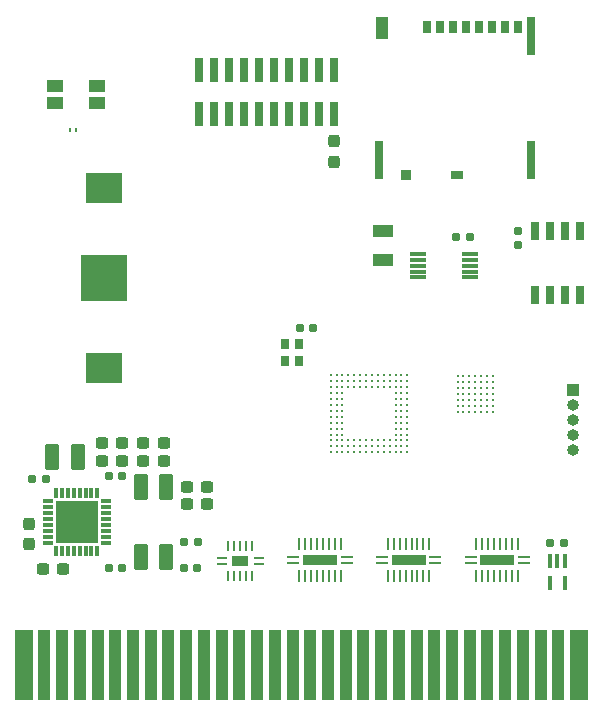
<source format=gbr>
%TF.GenerationSoftware,KiCad,Pcbnew,(6.0.2)*%
%TF.CreationDate,2023-11-20T16:41:37+01:00*%
%TF.ProjectId,CartGen4,43617274-4765-46e3-942e-6b696361645f,rev?*%
%TF.SameCoordinates,Original*%
%TF.FileFunction,Soldermask,Top*%
%TF.FilePolarity,Negative*%
%FSLAX46Y46*%
G04 Gerber Fmt 4.6, Leading zero omitted, Abs format (unit mm)*
G04 Created by KiCad (PCBNEW (6.0.2)) date 2023-11-20 16:41:37*
%MOMM*%
%LPD*%
G01*
G04 APERTURE LIST*
G04 Aperture macros list*
%AMRoundRect*
0 Rectangle with rounded corners*
0 $1 Rounding radius*
0 $2 $3 $4 $5 $6 $7 $8 $9 X,Y pos of 4 corners*
0 Add a 4 corners polygon primitive as box body*
4,1,4,$2,$3,$4,$5,$6,$7,$8,$9,$2,$3,0*
0 Add four circle primitives for the rounded corners*
1,1,$1+$1,$2,$3*
1,1,$1+$1,$4,$5*
1,1,$1+$1,$6,$7*
1,1,$1+$1,$8,$9*
0 Add four rect primitives between the rounded corners*
20,1,$1+$1,$2,$3,$4,$5,0*
20,1,$1+$1,$4,$5,$6,$7,0*
20,1,$1+$1,$6,$7,$8,$9,0*
20,1,$1+$1,$8,$9,$2,$3,0*%
%AMOutline5P*
0 Free polygon, 5 corners , with rotation*
0 The origin of the aperture is its center*
0 number of corners: always 5*
0 $1 to $10 corner X, Y*
0 $11 Rotation angle, in degrees counterclockwise*
0 create outline with 5 corners*
4,1,5,$1,$2,$3,$4,$5,$6,$7,$8,$9,$10,$1,$2,$11*%
%AMOutline6P*
0 Free polygon, 6 corners , with rotation*
0 The origin of the aperture is its center*
0 number of corners: always 6*
0 $1 to $12 corner X, Y*
0 $13 Rotation angle, in degrees counterclockwise*
0 create outline with 6 corners*
4,1,6,$1,$2,$3,$4,$5,$6,$7,$8,$9,$10,$11,$12,$1,$2,$13*%
%AMOutline7P*
0 Free polygon, 7 corners , with rotation*
0 The origin of the aperture is its center*
0 number of corners: always 7*
0 $1 to $14 corner X, Y*
0 $15 Rotation angle, in degrees counterclockwise*
0 create outline with 7 corners*
4,1,7,$1,$2,$3,$4,$5,$6,$7,$8,$9,$10,$11,$12,$13,$14,$1,$2,$15*%
%AMOutline8P*
0 Free polygon, 8 corners , with rotation*
0 The origin of the aperture is its center*
0 number of corners: always 8*
0 $1 to $16 corner X, Y*
0 $17 Rotation angle, in degrees counterclockwise*
0 create outline with 8 corners*
4,1,8,$1,$2,$3,$4,$5,$6,$7,$8,$9,$10,$11,$12,$13,$14,$15,$16,$1,$2,$17*%
G04 Aperture macros list end*
%ADD10C,0.250000*%
%ADD11R,0.760000X2.049999*%
%ADD12R,0.900000X0.930000*%
%ADD13R,1.050000X0.780000*%
%ADD14R,0.700000X1.100000*%
%ADD15R,0.700000X3.330000*%
%ADD16R,1.140000X1.830000*%
%ADD17C,0.230000*%
%ADD18RoundRect,0.155000X-0.212500X-0.155000X0.212500X-0.155000X0.212500X0.155000X-0.212500X0.155000X0*%
%ADD19RoundRect,0.237500X-0.300000X-0.237500X0.300000X-0.237500X0.300000X0.237500X-0.300000X0.237500X0*%
%ADD20RoundRect,0.237500X0.300000X0.237500X-0.300000X0.237500X-0.300000X-0.237500X0.300000X-0.237500X0*%
%ADD21R,0.650000X1.525000*%
%ADD22RoundRect,0.237500X-0.237500X0.300000X-0.237500X-0.300000X0.237500X-0.300000X0.237500X0.300000X0*%
%ADD23R,0.260000X0.360000*%
%ADD24R,1.428000X0.300000*%
%ADD25R,0.800000X0.900000*%
%ADD26Outline5P,-0.150000X0.425000X0.150000X0.425000X0.150000X-0.365000X0.090000X-0.425000X-0.150000X-0.425000X180.000000*%
%ADD27R,0.300000X0.850000*%
%ADD28Outline5P,-0.150000X0.425000X0.150000X0.425000X0.150000X-0.425000X-0.090000X-0.425000X-0.150000X-0.365000X180.000000*%
%ADD29Outline5P,-0.150000X0.365000X-0.090000X0.425000X0.150000X0.425000X0.150000X-0.425000X-0.150000X-0.425000X90.000000*%
%ADD30R,0.850000X0.300000*%
%ADD31Outline5P,-0.150000X0.425000X0.090000X0.425000X0.150000X0.365000X0.150000X-0.425000X-0.150000X-0.425000X90.000000*%
%ADD32Outline5P,-0.150000X0.365000X-0.090000X0.425000X0.150000X0.425000X0.150000X-0.425000X-0.150000X-0.425000X180.000000*%
%ADD33Outline5P,-0.150000X0.425000X0.090000X0.425000X0.150000X0.365000X0.150000X-0.425000X-0.150000X-0.425000X180.000000*%
%ADD34Outline5P,-0.150000X0.425000X0.150000X0.425000X0.150000X-0.365000X0.090000X-0.425000X-0.150000X-0.425000X90.000000*%
%ADD35Outline5P,-0.150000X0.425000X0.150000X0.425000X0.150000X-0.425000X-0.090000X-0.425000X-0.150000X-0.365000X90.000000*%
%ADD36R,3.550000X3.550000*%
%ADD37R,1.000000X0.290000*%
%ADD38R,0.290000X1.000000*%
%ADD39R,2.900000X0.900000*%
%ADD40R,1.600000X6.000000*%
%ADD41R,1.000000X6.000000*%
%ADD42RoundRect,0.160000X-0.197500X-0.160000X0.197500X-0.160000X0.197500X0.160000X-0.197500X0.160000X0*%
%ADD43RoundRect,0.160000X0.197500X0.160000X-0.197500X0.160000X-0.197500X-0.160000X0.197500X-0.160000X0*%
%ADD44R,0.900000X0.240000*%
%ADD45R,0.240000X0.900000*%
%ADD46R,1.400000X0.900000*%
%ADD47R,1.000000X1.000000*%
%ADD48O,1.000000X1.000000*%
%ADD49R,3.170000X2.540000*%
%ADD50R,3.960000X3.960000*%
%ADD51R,1.400000X1.050000*%
%ADD52RoundRect,0.155000X-0.155000X0.212500X-0.155000X-0.212500X0.155000X-0.212500X0.155000X0.212500X0*%
%ADD53R,1.800000X1.000000*%
%ADD54RoundRect,0.250000X-0.375000X-0.850000X0.375000X-0.850000X0.375000X0.850000X-0.375000X0.850000X0*%
%ADD55RoundRect,0.155000X0.212500X0.155000X-0.212500X0.155000X-0.212500X-0.155000X0.212500X-0.155000X0*%
%ADD56R,0.400000X1.200000*%
G04 APERTURE END LIST*
D10*
%TO.C,U5*%
X68500000Y-70400000D03*
X69000000Y-70400000D03*
X69500000Y-70400000D03*
X70000000Y-70400000D03*
X70500000Y-70400000D03*
X71000000Y-70400000D03*
X71500000Y-70400000D03*
X72000000Y-70400000D03*
X72500000Y-70400000D03*
X73000000Y-70400000D03*
X73500000Y-70400000D03*
X74000000Y-70400000D03*
X74500000Y-70400000D03*
X75000000Y-70400000D03*
X68500000Y-70900000D03*
X69000000Y-70900000D03*
X69500000Y-70900000D03*
X70000000Y-70900000D03*
X70500000Y-70900000D03*
X71000000Y-70900000D03*
X71500000Y-70900000D03*
X72000000Y-70900000D03*
X72500000Y-70900000D03*
X73000000Y-70900000D03*
X73500000Y-70900000D03*
X74000000Y-70900000D03*
X74500000Y-70900000D03*
X75000000Y-70900000D03*
X68500000Y-71400000D03*
X69000000Y-71400000D03*
X69500000Y-71400000D03*
X70000000Y-71400000D03*
X70500000Y-71400000D03*
X71000000Y-71400000D03*
X71500000Y-71400000D03*
X72000000Y-71400000D03*
X72500000Y-71400000D03*
X73000000Y-71400000D03*
X73500000Y-71400000D03*
X74000000Y-71400000D03*
X74500000Y-71400000D03*
X75000000Y-71400000D03*
X68500000Y-71900000D03*
X69000000Y-71900000D03*
X69500000Y-71900000D03*
X74000000Y-71900000D03*
X74500000Y-71900000D03*
X75000000Y-71900000D03*
X68500000Y-72400000D03*
X69000000Y-72400000D03*
X69500000Y-72400000D03*
X74000000Y-72400000D03*
X74500000Y-72400000D03*
X75000000Y-72400000D03*
X68500000Y-72900000D03*
X69000000Y-72900000D03*
X69500000Y-72900000D03*
X74000000Y-72900000D03*
X74500000Y-72900000D03*
X75000000Y-72900000D03*
X68500000Y-73400000D03*
X69000000Y-73400000D03*
X69500000Y-73400000D03*
X74000000Y-73400000D03*
X74500000Y-73400000D03*
X75000000Y-73400000D03*
X68500000Y-73900000D03*
X69000000Y-73900000D03*
X69500000Y-73900000D03*
X74000000Y-73900000D03*
X74500000Y-73900000D03*
X75000000Y-73900000D03*
X68500000Y-74400000D03*
X69000000Y-74400000D03*
X69500000Y-74400000D03*
X74000000Y-74400000D03*
X74500000Y-74400000D03*
X75000000Y-74400000D03*
X68500000Y-74900000D03*
X69000000Y-74900000D03*
X69500000Y-74900000D03*
X74000000Y-74900000D03*
X74500000Y-74900000D03*
X75000000Y-74900000D03*
X68500000Y-75400000D03*
X69000000Y-75400000D03*
X69500000Y-75400000D03*
X74000000Y-75400000D03*
X74500000Y-75400000D03*
X75000000Y-75400000D03*
X68500000Y-75900000D03*
X69000000Y-75900000D03*
X69500000Y-75900000D03*
X70000000Y-75900000D03*
X70500000Y-75900000D03*
X71000000Y-75900000D03*
X71500000Y-75900000D03*
X72000000Y-75900000D03*
X72500000Y-75900000D03*
X73000000Y-75900000D03*
X73500000Y-75900000D03*
X74000000Y-75900000D03*
X74500000Y-75900000D03*
X75000000Y-75900000D03*
X68500000Y-76400000D03*
X69000000Y-76400000D03*
X69500000Y-76400000D03*
X70000000Y-76400000D03*
X70500000Y-76400000D03*
X71000000Y-76400000D03*
X71500000Y-76400000D03*
X72000000Y-76400000D03*
X72500000Y-76400000D03*
X73000000Y-76400000D03*
X73500000Y-76400000D03*
X74000000Y-76400000D03*
X74500000Y-76400000D03*
X75000000Y-76400000D03*
X68500000Y-76900000D03*
X69000000Y-76900000D03*
X69500000Y-76900000D03*
X70000000Y-76900000D03*
X70500000Y-76900000D03*
X71000000Y-76900000D03*
X71500000Y-76900000D03*
X72000000Y-76900000D03*
X72500000Y-76900000D03*
X73000000Y-76900000D03*
X73500000Y-76900000D03*
X74000000Y-76900000D03*
X74500000Y-76900000D03*
X75000000Y-76900000D03*
%TD*%
D11*
%TO.C,J2*%
X57360000Y-48300000D03*
X57360000Y-44550000D03*
X58630000Y-48300000D03*
X58630000Y-44550000D03*
X59900000Y-48300000D03*
X59900000Y-44550000D03*
X61170000Y-48300000D03*
X61170000Y-44550000D03*
X62440000Y-48300000D03*
X62440000Y-44550000D03*
X63710000Y-48300000D03*
X63710000Y-44550000D03*
X64980000Y-48300000D03*
X64980000Y-44550000D03*
X66250000Y-48300000D03*
X66250000Y-44550000D03*
X67520000Y-48300000D03*
X67520000Y-44550000D03*
X68790000Y-48300000D03*
X68790000Y-44550000D03*
%TD*%
D12*
%TO.C,J1*%
X74902500Y-53390000D03*
D13*
X79167500Y-53465000D03*
D14*
X76692500Y-40925000D03*
X77792500Y-40925000D03*
X78892500Y-40925000D03*
X79992500Y-40925000D03*
X81092500Y-40925000D03*
X82192500Y-40925000D03*
X83292500Y-40925000D03*
X84392500Y-40925000D03*
D15*
X85492500Y-52190000D03*
X72592500Y-52190000D03*
X85472500Y-41690000D03*
D16*
X72812500Y-40940000D03*
%TD*%
D17*
%TO.C,U4*%
X79250000Y-70450000D03*
X79750000Y-70450000D03*
X80250000Y-70450000D03*
X80750000Y-70450000D03*
X81250000Y-70450000D03*
X81750000Y-70450000D03*
X82250000Y-70450000D03*
X79250000Y-70950000D03*
X79750000Y-70950000D03*
X80250000Y-70950000D03*
X80750000Y-70950000D03*
X81250000Y-70950000D03*
X81750000Y-70950000D03*
X82250000Y-70950000D03*
X79250000Y-71450000D03*
X79750000Y-71450000D03*
X80250000Y-71450000D03*
X80750000Y-71450000D03*
X81250000Y-71450000D03*
X81750000Y-71450000D03*
X82250000Y-71450000D03*
X79250000Y-71950000D03*
X79750000Y-71950000D03*
X80250000Y-71950000D03*
X80750000Y-71950000D03*
X81250000Y-71950000D03*
X81750000Y-71950000D03*
X82250000Y-71950000D03*
X79250000Y-72450000D03*
X79750000Y-72450000D03*
X80250000Y-72450000D03*
X80750000Y-72450000D03*
X81250000Y-72450000D03*
X81750000Y-72450000D03*
X82250000Y-72450000D03*
X79250000Y-72950000D03*
X79750000Y-72950000D03*
X80250000Y-72950000D03*
X80750000Y-72950000D03*
X81250000Y-72950000D03*
X81750000Y-72950000D03*
X82250000Y-72950000D03*
X79250000Y-73450000D03*
X79750000Y-73450000D03*
X80250000Y-73450000D03*
X80750000Y-73450000D03*
X81250000Y-73450000D03*
X81750000Y-73450000D03*
X82250000Y-73450000D03*
%TD*%
D18*
%TO.C,C16*%
X56082500Y-86700000D03*
X57217500Y-86700000D03*
%TD*%
D19*
%TO.C,C12*%
X56337500Y-81300000D03*
X58062500Y-81300000D03*
%TD*%
D20*
%TO.C,C8*%
X54362500Y-77650000D03*
X52637500Y-77650000D03*
%TD*%
D21*
%TO.C,U2*%
X85795000Y-63612000D03*
X87065000Y-63612000D03*
X88335000Y-63612000D03*
X89605000Y-63612000D03*
X89605000Y-58188000D03*
X88335000Y-58188000D03*
X87065000Y-58188000D03*
X85795000Y-58188000D03*
%TD*%
D22*
%TO.C,C1*%
X68800000Y-50587500D03*
X68800000Y-52312500D03*
%TD*%
D23*
%TO.C,D1*%
X46470000Y-49650000D03*
X46930000Y-49650000D03*
%TD*%
D19*
%TO.C,C5*%
X49137500Y-76150000D03*
X50862500Y-76150000D03*
%TD*%
D22*
%TO.C,C13*%
X43000000Y-82937500D03*
X43000000Y-84662500D03*
%TD*%
D24*
%TO.C,U1*%
X75914000Y-60100000D03*
X75914000Y-60600000D03*
X75914000Y-61100000D03*
X75914000Y-61600000D03*
X75914000Y-62100000D03*
X80286000Y-62100000D03*
X80286000Y-61600000D03*
X80286000Y-61100000D03*
X80286000Y-60600000D03*
X80286000Y-60100000D03*
%TD*%
D18*
%TO.C,C15*%
X49721138Y-86694040D03*
X50856138Y-86694040D03*
%TD*%
D25*
%TO.C,U3*%
X64650000Y-67700000D03*
X64650000Y-69200000D03*
X65850000Y-69200000D03*
X65850000Y-67700000D03*
%TD*%
D20*
%TO.C,C14*%
X45862500Y-86800000D03*
X44137500Y-86800000D03*
%TD*%
D26*
%TO.C,U6*%
X45250000Y-85250000D03*
D27*
X45750000Y-85250000D03*
X46250000Y-85250000D03*
X46750000Y-85250000D03*
X47250000Y-85250000D03*
X47750000Y-85250000D03*
X48250000Y-85250000D03*
D28*
X48750000Y-85250000D03*
D29*
X49450000Y-84550000D03*
D30*
X49450000Y-84050000D03*
X49450000Y-83550000D03*
X49450000Y-83050000D03*
X49450000Y-82550000D03*
X49450000Y-82050000D03*
X49450000Y-81550000D03*
D31*
X49450000Y-81050000D03*
D32*
X48750000Y-80350000D03*
D27*
X48250000Y-80350000D03*
X47750000Y-80350000D03*
X47250000Y-80350000D03*
X46750000Y-80350000D03*
X46250000Y-80350000D03*
X45750000Y-80350000D03*
D33*
X45250000Y-80350000D03*
D34*
X44550000Y-81050000D03*
D30*
X44550000Y-81550000D03*
X44550000Y-82050000D03*
X44550000Y-82550000D03*
X44550000Y-83050000D03*
X44550000Y-83550000D03*
X44550000Y-84050000D03*
D35*
X44550000Y-84550000D03*
D36*
X47000000Y-82800000D03*
%TD*%
D37*
%TO.C,U8*%
X69850000Y-85750000D03*
D38*
X69350000Y-84650000D03*
X68850000Y-84650000D03*
X68350000Y-84650000D03*
X67850000Y-84650000D03*
X67350000Y-84650000D03*
X66850000Y-84650000D03*
X66350000Y-84650000D03*
X65850000Y-84650000D03*
D37*
X65350000Y-85750000D03*
X65350000Y-86250000D03*
D38*
X65850000Y-87350000D03*
X66350000Y-87350000D03*
X66850000Y-87350000D03*
X67350000Y-87350000D03*
X67850000Y-87350000D03*
X68350000Y-87350000D03*
X68850000Y-87350000D03*
X69350000Y-87350000D03*
D37*
X69850000Y-86250000D03*
D39*
X67600000Y-86000000D03*
%TD*%
D40*
%TO.C,A1*%
X42525000Y-94950000D03*
D41*
X44275000Y-94950000D03*
X45775000Y-94950000D03*
X47275000Y-94950000D03*
X48775000Y-94950000D03*
X50275000Y-94950000D03*
X51775000Y-94950000D03*
X53275000Y-94950000D03*
X54775000Y-94950000D03*
X56275000Y-94950000D03*
X57775000Y-94950000D03*
X59275000Y-94950000D03*
X60775000Y-94950000D03*
X62275000Y-94950000D03*
X63775000Y-94950000D03*
X65275000Y-94950000D03*
X66775000Y-94950000D03*
X68275000Y-94950000D03*
X69775000Y-94950000D03*
X71275000Y-94950000D03*
X72775000Y-94950000D03*
X74275000Y-94950000D03*
X75775000Y-94950000D03*
X77275000Y-94950000D03*
X78775000Y-94950000D03*
X80275000Y-94950000D03*
X81775000Y-94950000D03*
X83275000Y-94950000D03*
X84775000Y-94950000D03*
X86275000Y-94950000D03*
X87775000Y-94950000D03*
D40*
X89525000Y-94950000D03*
%TD*%
D19*
%TO.C,C7*%
X49137500Y-77650000D03*
X50862500Y-77650000D03*
%TD*%
D42*
%TO.C,R2*%
X87052500Y-84550000D03*
X88247500Y-84550000D03*
%TD*%
D19*
%TO.C,C11*%
X56337500Y-79800000D03*
X58062500Y-79800000D03*
%TD*%
D43*
%TO.C,R1*%
X57247500Y-84500000D03*
X56052500Y-84500000D03*
%TD*%
D37*
%TO.C,U9*%
X77350000Y-85750000D03*
D38*
X76850000Y-84650000D03*
X76350000Y-84650000D03*
X75850000Y-84650000D03*
X75350000Y-84650000D03*
X74850000Y-84650000D03*
X74350000Y-84650000D03*
X73850000Y-84650000D03*
X73350000Y-84650000D03*
D37*
X72850000Y-85750000D03*
X72850000Y-86250000D03*
D38*
X73350000Y-87350000D03*
X73850000Y-87350000D03*
X74350000Y-87350000D03*
X74850000Y-87350000D03*
X75350000Y-87350000D03*
X75850000Y-87350000D03*
X76350000Y-87350000D03*
X76850000Y-87350000D03*
D37*
X77350000Y-86250000D03*
D39*
X75100000Y-86000000D03*
%TD*%
D18*
%TO.C,C4*%
X65882500Y-66350000D03*
X67017500Y-66350000D03*
%TD*%
D44*
%TO.C,U7*%
X62400000Y-85850000D03*
D45*
X61850000Y-84800000D03*
X61350000Y-84800000D03*
X60850000Y-84800000D03*
X60350000Y-84800000D03*
X59850000Y-84800000D03*
D44*
X59300000Y-85850000D03*
X59300000Y-86350000D03*
D45*
X59850000Y-87400000D03*
X60350000Y-87400000D03*
X60850000Y-87400000D03*
X61350000Y-87400000D03*
X61850000Y-87400000D03*
D44*
X62400000Y-86350000D03*
D46*
X60850000Y-86100000D03*
%TD*%
D47*
%TO.C,J3*%
X89000000Y-71650000D03*
D48*
X89000000Y-72920000D03*
X89000000Y-74190000D03*
X89000000Y-75460000D03*
X89000000Y-76730000D03*
%TD*%
D49*
%TO.C,BT1*%
X49300000Y-54530000D03*
X49300000Y-69770000D03*
D50*
X49300000Y-62150000D03*
%TD*%
D51*
%TO.C,SW1*%
X45150000Y-45875000D03*
X48750000Y-45875000D03*
X45150000Y-47325000D03*
X48750000Y-47325000D03*
%TD*%
D20*
%TO.C,C6*%
X54362500Y-76150000D03*
X52637500Y-76150000D03*
%TD*%
D52*
%TO.C,C3*%
X84400000Y-58182500D03*
X84400000Y-59317500D03*
%TD*%
D53*
%TO.C,Y1*%
X72900000Y-58150000D03*
X72900000Y-60650000D03*
%TD*%
D54*
%TO.C,L3*%
X52425000Y-85800000D03*
X54575000Y-85800000D03*
%TD*%
D37*
%TO.C,U10*%
X84850000Y-85750000D03*
D38*
X84350000Y-84650000D03*
X83850000Y-84650000D03*
X83350000Y-84650000D03*
X82850000Y-84650000D03*
X82350000Y-84650000D03*
X81850000Y-84650000D03*
X81350000Y-84650000D03*
X80850000Y-84650000D03*
D37*
X80350000Y-85750000D03*
X80350000Y-86250000D03*
D38*
X80850000Y-87350000D03*
X81350000Y-87350000D03*
X81850000Y-87350000D03*
X82350000Y-87350000D03*
X82850000Y-87350000D03*
X83350000Y-87350000D03*
X83850000Y-87350000D03*
X84350000Y-87350000D03*
D37*
X84850000Y-86250000D03*
D39*
X82600000Y-86000000D03*
%TD*%
D18*
%TO.C,C9*%
X43232500Y-79150000D03*
X44367500Y-79150000D03*
%TD*%
D54*
%TO.C,L1*%
X44925000Y-77300000D03*
X47075000Y-77300000D03*
%TD*%
D55*
%TO.C,C2*%
X80267500Y-58700000D03*
X79132500Y-58700000D03*
%TD*%
D56*
%TO.C,U11*%
X88350000Y-86100000D03*
X87700000Y-86100000D03*
X87050000Y-86100000D03*
X87050000Y-88000000D03*
X88350000Y-88000000D03*
%TD*%
D18*
%TO.C,C10*%
X49732500Y-78900000D03*
X50867500Y-78900000D03*
%TD*%
D54*
%TO.C,L2*%
X52425000Y-79800000D03*
X54575000Y-79800000D03*
%TD*%
M02*

</source>
